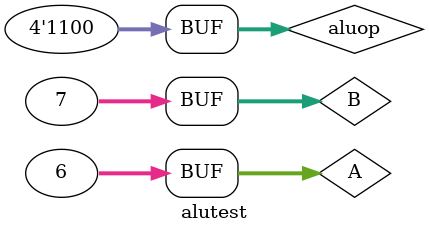
<source format=v>
`timescale 1ns / 1ps


module alutest;

	// Inputs
	reg [31:0] A;
	reg [31:0] B;
	reg [3:0] aluop;

	// Outputs
	wire [31:0] alures;
	wire zeroflag;

	// Instantiate the Unit Under Test (UUT)
	ALU_Shady_Mohamed uut (
		.A(A), 
		.B(B), 
		.aluop(aluop), 
		.alures(alures), 
		.zeroflag(zeroflag)
	);

	initial begin
		// Initialize Inputs
		A = 0;
		B = 0;
		aluop = 0; #100;

		// Wait 100 ns for global reset to finish
		#100;
        
		// Add stimulus here
  A=6;
  B=3;
  aluop = 0; #100;
  aluop = 1; #100;
  aluop = 2; #100;
  aluop = 6; #100;
  aluop = 7; #100;
  aluop = 12; #100;
  B=7; #100;
  
	end
      
endmodule


</source>
